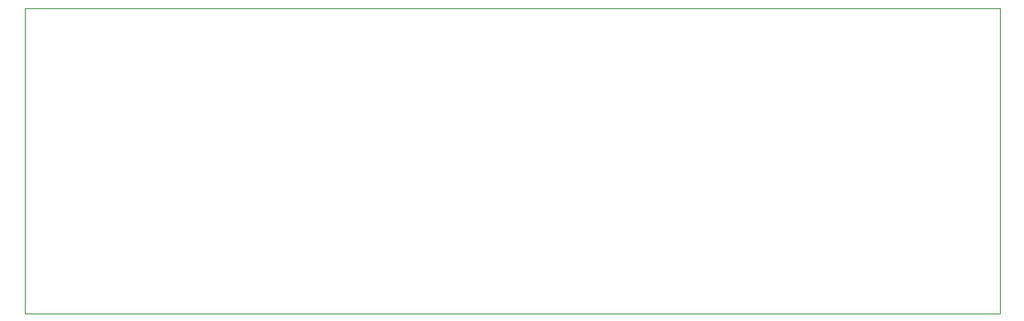
<source format=gbr>
%TF.GenerationSoftware,Altium Limited,Altium Designer,22.2.1 (43)*%
G04 Layer_Color=0*
%FSLAX26Y26*%
%MOIN*%
%TF.SameCoordinates,49CA406D-FE3E-4379-A0B2-47437619DC98*%
%TF.FilePolarity,Positive*%
%TF.FileFunction,Profile,NP*%
%TF.Part,Single*%
G01*
G75*
%TA.AperFunction,Profile*%
%ADD220C,0.001000*%
D220*
X0Y0D02*
X3920000D01*
Y1230000D01*
X0D01*
Y0D01*
%TF.MD5,438989d5eb4c4617765dcbc7bf1160e2*%
M02*

</source>
